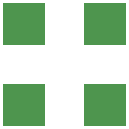
<source format=gbr>
%TF.GenerationSoftware,KiCad,Pcbnew,6.0.11+dfsg-1~bpo11+1*%
%TF.CreationDate,2023-05-28T01:23:12+00:00*%
%TF.ProjectId,SIPM02,5349504d-3032-42e6-9b69-6361645f7063,rev?*%
%TF.SameCoordinates,Original*%
%TF.FileFunction,Paste,Top*%
%TF.FilePolarity,Positive*%
%FSLAX46Y46*%
G04 Gerber Fmt 4.6, Leading zero omitted, Abs format (unit mm)*
G04 Created by KiCad (PCBNEW 6.0.11+dfsg-1~bpo11+1) date 2023-05-28 01:23:12*
%MOMM*%
%LPD*%
G01*
G04 APERTURE LIST*
G04 Aperture macros list*
%AMOutline4P*
0 Free polygon, 4 corners , with rotation*
0 The origin of the aperture is its center*
0 number of corners: always 4*
0 $1 to $8 corner X, Y*
0 $9 Rotation angle, in degrees counterclockwise*
0 create outline with 4 corners*
4,1,4,$1,$2,$3,$4,$5,$6,$7,$8,$1,$2,$9*%
G04 Aperture macros list end*
%ADD10Outline4P,-1.750000X-1.750000X1.750000X-1.750000X1.750000X1.750000X-1.750000X1.750000X0.000000*%
%ADD11Outline4P,-1.750000X-1.750000X1.750000X-1.750000X1.750000X1.750000X-1.750000X1.750000X90.000000*%
%ADD12Outline4P,-1.750000X-1.750000X1.750000X-1.750000X1.750000X1.750000X-1.750000X1.750000X180.000000*%
%ADD13Outline4P,-1.750000X-1.750000X1.750000X-1.750000X1.750000X1.750000X-1.750000X1.750000X270.000000*%
G04 APERTURE END LIST*
D10*
%TO.C,U1*%
X6837000Y16870000D03*
D11*
X13737000Y16870000D03*
D12*
X13737000Y23770000D03*
D13*
X6837000Y23770000D03*
%TD*%
M02*

</source>
